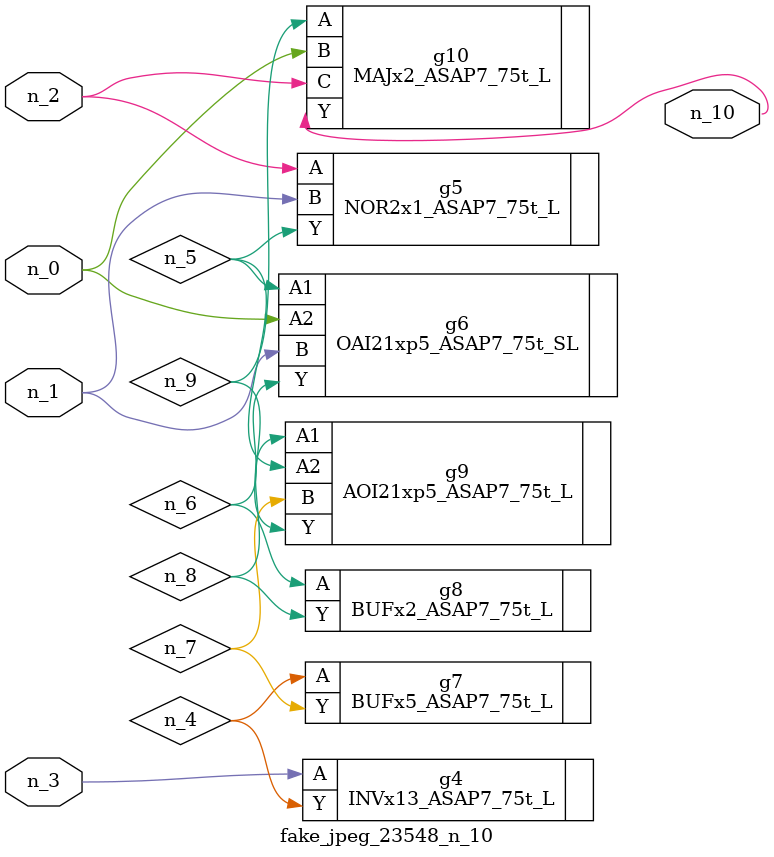
<source format=v>
module fake_jpeg_23548_n_10 (n_0, n_3, n_2, n_1, n_10);

input n_0;
input n_3;
input n_2;
input n_1;

output n_10;

wire n_4;
wire n_8;
wire n_9;
wire n_6;
wire n_5;
wire n_7;

INVx13_ASAP7_75t_L g4 ( 
.A(n_3),
.Y(n_4)
);

NOR2x1_ASAP7_75t_L g5 ( 
.A(n_2),
.B(n_1),
.Y(n_5)
);

OAI21xp5_ASAP7_75t_SL g6 ( 
.A1(n_5),
.A2(n_0),
.B(n_1),
.Y(n_6)
);

BUFx2_ASAP7_75t_L g8 ( 
.A(n_6),
.Y(n_8)
);

BUFx5_ASAP7_75t_L g7 ( 
.A(n_4),
.Y(n_7)
);

AOI21xp5_ASAP7_75t_L g9 ( 
.A1(n_8),
.A2(n_5),
.B(n_7),
.Y(n_9)
);

MAJx2_ASAP7_75t_L g10 ( 
.A(n_9),
.B(n_0),
.C(n_2),
.Y(n_10)
);


endmodule
</source>
